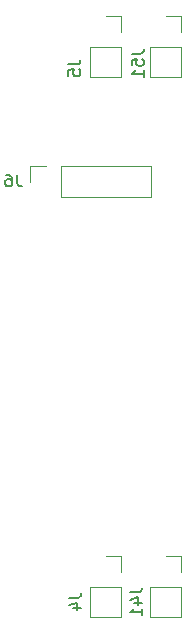
<source format=gbr>
G04 #@! TF.GenerationSoftware,KiCad,Pcbnew,(5.1.4)-1*
G04 #@! TF.CreationDate,2021-05-25T15:00:13+02:00*
G04 #@! TF.ProjectId,BCU_Breadboard_Adapter,4243555f-4272-4656-9164-626f6172645f,V00.01*
G04 #@! TF.SameCoordinates,Original*
G04 #@! TF.FileFunction,Legend,Bot*
G04 #@! TF.FilePolarity,Positive*
%FSLAX46Y46*%
G04 Gerber Fmt 4.6, Leading zero omitted, Abs format (unit mm)*
G04 Created by KiCad (PCBNEW (5.1.4)-1) date 2021-05-25 15:00:13*
%MOMM*%
%LPD*%
G04 APERTURE LIST*
%ADD10C,0.120000*%
%ADD11C,0.150000*%
G04 APERTURE END LIST*
D10*
X163890000Y-79950000D02*
X162560000Y-79950000D01*
X163890000Y-81280000D02*
X163890000Y-79950000D01*
X163890000Y-82550000D02*
X161230000Y-82550000D01*
X161230000Y-82550000D02*
X161230000Y-85150000D01*
X163890000Y-82550000D02*
X163890000Y-85150000D01*
X163890000Y-85150000D02*
X161230000Y-85150000D01*
X163890000Y-125670000D02*
X162560000Y-125670000D01*
X163890000Y-127000000D02*
X163890000Y-125670000D01*
X163890000Y-128270000D02*
X161230000Y-128270000D01*
X161230000Y-128270000D02*
X161230000Y-130870000D01*
X163890000Y-128270000D02*
X163890000Y-130870000D01*
X163890000Y-130870000D02*
X161230000Y-130870000D01*
X151070000Y-92650000D02*
X151070000Y-93980000D01*
X152400000Y-92650000D02*
X151070000Y-92650000D01*
X153670000Y-92650000D02*
X153670000Y-95310000D01*
X153670000Y-95310000D02*
X161350000Y-95310000D01*
X153670000Y-92650000D02*
X161350000Y-92650000D01*
X161350000Y-92650000D02*
X161350000Y-95310000D01*
X158810000Y-79950000D02*
X157480000Y-79950000D01*
X158810000Y-81280000D02*
X158810000Y-79950000D01*
X158810000Y-82550000D02*
X156150000Y-82550000D01*
X156150000Y-82550000D02*
X156150000Y-85150000D01*
X158810000Y-82550000D02*
X158810000Y-85150000D01*
X158810000Y-85150000D02*
X156150000Y-85150000D01*
X158810000Y-125670000D02*
X157480000Y-125670000D01*
X158810000Y-127000000D02*
X158810000Y-125670000D01*
X158810000Y-128270000D02*
X156150000Y-128270000D01*
X156150000Y-128270000D02*
X156150000Y-130870000D01*
X158810000Y-128270000D02*
X158810000Y-130870000D01*
X158810000Y-130870000D02*
X156150000Y-130870000D01*
D11*
X159685740Y-83183196D02*
X160400026Y-83183196D01*
X160542883Y-83135577D01*
X160638121Y-83040339D01*
X160685740Y-82897481D01*
X160685740Y-82802243D01*
X159685740Y-84135577D02*
X159685740Y-83659386D01*
X160161931Y-83611767D01*
X160114312Y-83659386D01*
X160066693Y-83754624D01*
X160066693Y-83992720D01*
X160114312Y-84087958D01*
X160161931Y-84135577D01*
X160257169Y-84183196D01*
X160495264Y-84183196D01*
X160590502Y-84135577D01*
X160638121Y-84087958D01*
X160685740Y-83992720D01*
X160685740Y-83754624D01*
X160638121Y-83659386D01*
X160590502Y-83611767D01*
X160685740Y-85135577D02*
X160685740Y-84564148D01*
X160685740Y-84849862D02*
X159685740Y-84849862D01*
X159828598Y-84754624D01*
X159923836Y-84659386D01*
X159971455Y-84564148D01*
X159553660Y-128760956D02*
X160267946Y-128760956D01*
X160410803Y-128713337D01*
X160506041Y-128618099D01*
X160553660Y-128475241D01*
X160553660Y-128380003D01*
X159886994Y-129665718D02*
X160553660Y-129665718D01*
X159506041Y-129427622D02*
X160220327Y-129189527D01*
X160220327Y-129808575D01*
X160553660Y-130713337D02*
X160553660Y-130141908D01*
X160553660Y-130427622D02*
X159553660Y-130427622D01*
X159696518Y-130332384D01*
X159791756Y-130237146D01*
X159839375Y-130141908D01*
X149979973Y-93391740D02*
X149979973Y-94106026D01*
X150027592Y-94248883D01*
X150122830Y-94344121D01*
X150265687Y-94391740D01*
X150360925Y-94391740D01*
X149075211Y-93391740D02*
X149265687Y-93391740D01*
X149360925Y-93439360D01*
X149408544Y-93486979D01*
X149503782Y-93629836D01*
X149551401Y-93820312D01*
X149551401Y-94201264D01*
X149503782Y-94296502D01*
X149456163Y-94344121D01*
X149360925Y-94391740D01*
X149170449Y-94391740D01*
X149075211Y-94344121D01*
X149027592Y-94296502D01*
X148979973Y-94201264D01*
X148979973Y-93963169D01*
X149027592Y-93867931D01*
X149075211Y-93820312D01*
X149170449Y-93772693D01*
X149360925Y-93772693D01*
X149456163Y-93820312D01*
X149503782Y-93867931D01*
X149551401Y-93963169D01*
X154326340Y-84055626D02*
X155040626Y-84055626D01*
X155183483Y-84008007D01*
X155278721Y-83912769D01*
X155326340Y-83769912D01*
X155326340Y-83674674D01*
X154326340Y-85008007D02*
X154326340Y-84531817D01*
X154802531Y-84484198D01*
X154754912Y-84531817D01*
X154707293Y-84627055D01*
X154707293Y-84865150D01*
X154754912Y-84960388D01*
X154802531Y-85008007D01*
X154897769Y-85055626D01*
X155135864Y-85055626D01*
X155231102Y-85008007D01*
X155278721Y-84960388D01*
X155326340Y-84865150D01*
X155326340Y-84627055D01*
X155278721Y-84531817D01*
X155231102Y-84484198D01*
X154392380Y-129206666D02*
X155106666Y-129206666D01*
X155249523Y-129159047D01*
X155344761Y-129063809D01*
X155392380Y-128920952D01*
X155392380Y-128825714D01*
X154725714Y-130111428D02*
X155392380Y-130111428D01*
X154344761Y-129873333D02*
X155059047Y-129635238D01*
X155059047Y-130254285D01*
M02*

</source>
